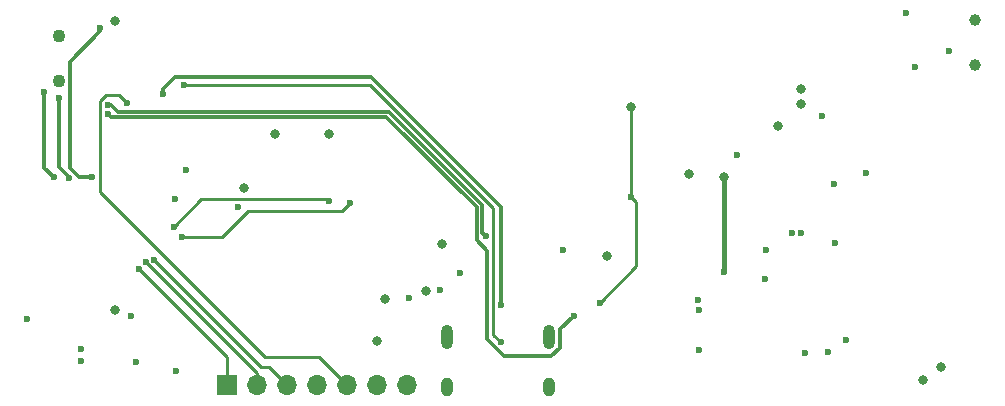
<source format=gbr>
%TF.GenerationSoftware,KiCad,Pcbnew,8.0.9-8.0.9-0~ubuntu22.04.1*%
%TF.CreationDate,2025-08-10T04:03:49+02:00*%
%TF.ProjectId,H-C3-ulp29,482d4333-2d75-46c7-9032-392e6b696361,rev?*%
%TF.SameCoordinates,Original*%
%TF.FileFunction,Copper,L4,Bot*%
%TF.FilePolarity,Positive*%
%FSLAX46Y46*%
G04 Gerber Fmt 4.6, Leading zero omitted, Abs format (unit mm)*
G04 Created by KiCad (PCBNEW 8.0.9-8.0.9-0~ubuntu22.04.1) date 2025-08-10 04:03:49*
%MOMM*%
%LPD*%
G01*
G04 APERTURE LIST*
%TA.AperFunction,ComponentPad*%
%ADD10R,1.700000X1.700000*%
%TD*%
%TA.AperFunction,ComponentPad*%
%ADD11O,1.700000X1.700000*%
%TD*%
%TA.AperFunction,ComponentPad*%
%ADD12C,1.100000*%
%TD*%
%TA.AperFunction,ComponentPad*%
%ADD13C,1.000000*%
%TD*%
%TA.AperFunction,ComponentPad*%
%ADD14O,1.000000X2.100000*%
%TD*%
%TA.AperFunction,ComponentPad*%
%ADD15O,1.000000X1.600000*%
%TD*%
%TA.AperFunction,ViaPad*%
%ADD16C,0.600000*%
%TD*%
%TA.AperFunction,ViaPad*%
%ADD17C,0.800000*%
%TD*%
%TA.AperFunction,Conductor*%
%ADD18C,0.300000*%
%TD*%
%TA.AperFunction,Conductor*%
%ADD19C,0.250000*%
%TD*%
%TA.AperFunction,Conductor*%
%ADD20C,0.400000*%
%TD*%
G04 APERTURE END LIST*
D10*
%TO.P,J3,1,Pin_1*%
%TO.N,/P1.00*%
X104750000Y-78300000D03*
D11*
%TO.P,J3,2,Pin_2*%
%TO.N,/P0.22*%
X107290000Y-78300000D03*
%TO.P,J3,3,Pin_3*%
%TO.N,/P0.20*%
X109830000Y-78300000D03*
%TO.P,J3,4,Pin_4*%
%TO.N,/P0.26*%
X112370000Y-78300000D03*
%TO.P,J3,5,Pin_5*%
%TO.N,/P0.13*%
X114910000Y-78300000D03*
%TO.P,J3,6,Pin_6*%
%TO.N,+3V3*%
X117450000Y-78300000D03*
%TO.P,J3,7,Pin_7*%
%TO.N,GND*%
X119990000Y-78300000D03*
%TD*%
D12*
%TO.P,SW1,*%
%TO.N,*%
X90478000Y-52515000D03*
X90478000Y-48715000D03*
%TD*%
D13*
%TO.P,SW3,4,4*%
%TO.N,unconnected-(SW3-Pad4)_1*%
X168115000Y-47397000D03*
%TO.P,SW3,5,5*%
%TO.N,unconnected-(SW3-Pad5)_1*%
X168115000Y-51197000D03*
%TD*%
D14*
%TO.P,J1,S1,SHIELD*%
%TO.N,GND*%
X123365000Y-74264000D03*
D15*
X123365000Y-78444000D03*
D14*
X132005000Y-74264000D03*
D15*
X132005000Y-78444000D03*
%TD*%
D16*
%TO.N,/P0.13*%
X96250000Y-54400000D03*
%TO.N,/P0.20*%
X98600000Y-67700000D03*
%TO.N,/P0.22*%
X97850000Y-67850000D03*
%TO.N,/P1.00*%
X97278226Y-68478951D03*
D17*
%TO.N,+3V3*%
X117450000Y-74600000D03*
%TO.N,GND*%
X113411000Y-57025000D03*
X165154000Y-76799000D03*
D16*
X147900000Y-58850000D03*
X124487000Y-68824000D03*
X144735000Y-75348000D03*
D17*
X106218000Y-61610000D03*
X163684000Y-77888000D03*
D16*
X155600000Y-75500000D03*
D17*
X108827000Y-57055000D03*
D16*
X122762000Y-70250000D03*
D17*
X153322000Y-53231000D03*
D16*
X156250000Y-66250000D03*
X156100000Y-61300000D03*
X162975000Y-51325000D03*
X120181000Y-70934000D03*
X150300000Y-69350000D03*
X150350000Y-66875000D03*
X157125000Y-74500000D03*
X92400000Y-75250000D03*
X101282000Y-60094000D03*
X155150000Y-55502000D03*
X133182000Y-66893000D03*
X87850000Y-72700000D03*
X144690000Y-71910000D03*
X165832000Y-50000000D03*
D17*
X95273000Y-47470000D03*
D16*
X153680000Y-75600000D03*
X100436000Y-77102000D03*
D17*
X95283000Y-71958000D03*
%TO.N,+VBAT*%
X136931959Y-67403041D03*
X143831000Y-60448000D03*
D16*
%TO.N,Net-(D2-A)*%
X146800000Y-68700000D03*
D17*
X146845000Y-60655000D03*
D16*
%TO.N,/USB_D+*%
X127919685Y-74683314D03*
X101135000Y-52904000D03*
%TO.N,/USB_D-*%
X99282000Y-53631000D03*
X127949000Y-71485000D03*
%TO.N,+3V3*%
X105706000Y-63247000D03*
X162260000Y-46756000D03*
D17*
X153351000Y-54472000D03*
D16*
X153375000Y-65375000D03*
D17*
X121563000Y-70323000D03*
D16*
X144615000Y-71065000D03*
D17*
X122966000Y-66342000D03*
X151401400Y-56398600D03*
D16*
X97030025Y-76369975D03*
X92400000Y-76250000D03*
X96589000Y-72473000D03*
X152600000Y-65375000D03*
%TO.N,/EPD_CS*%
X100226000Y-64882769D03*
X113400000Y-62689000D03*
%TO.N,unconnected-(J2-Pad19)*%
X158850000Y-60350000D03*
%TO.N,SW2*%
X93325000Y-60655000D03*
X94016000Y-48048000D03*
%TO.N,/MCU_RST*%
X136313000Y-71309000D03*
X138923000Y-62363000D03*
D17*
X138930000Y-54755000D03*
D16*
%TO.N,SW1*%
X90528000Y-53977000D03*
X91353025Y-60792975D03*
%TO.N,/EPD_DC*%
X115195000Y-62855000D03*
X100901000Y-65733000D03*
%TO.N,SWDIO*%
X94675000Y-55375000D03*
X134088000Y-72416000D03*
%TO.N,SWCLK*%
X94675000Y-54595711D03*
X126662000Y-65680000D03*
D17*
%TO.N,+VBUS*%
X118080000Y-70998000D03*
D16*
X100365000Y-62532000D03*
%TO.N,SW0*%
X90060000Y-60673000D03*
X89278000Y-53510000D03*
%TD*%
D18*
%TO.N,SW1*%
X90528000Y-59844000D02*
X91353025Y-60669025D01*
%TO.N,SW2*%
X91428000Y-50922000D02*
X91428000Y-59878000D01*
%TO.N,SW1*%
X90528000Y-53977000D02*
X90528000Y-59844000D01*
%TO.N,SW2*%
X94016000Y-48334000D02*
X91428000Y-50922000D01*
%TO.N,SW1*%
X91353025Y-60669025D02*
X91353025Y-60792975D01*
%TO.N,SW2*%
X94016000Y-48048000D02*
X94016000Y-48334000D01*
X91428000Y-59878000D02*
X92205000Y-60655000D01*
X92205000Y-60655000D02*
X93325000Y-60655000D01*
%TO.N,SWDIO*%
X128224842Y-75837000D02*
X126781000Y-74393158D01*
%TO.N,SWCLK*%
X126662000Y-65680000D02*
X126366000Y-65384000D01*
%TO.N,SWDIO*%
X132928000Y-73576000D02*
X132928000Y-75119000D01*
%TO.N,SWCLK*%
X94952711Y-54595711D02*
X94675000Y-54595711D01*
%TO.N,SWDIO*%
X94886000Y-55586000D02*
X94675000Y-55375000D01*
X134088000Y-72416000D02*
X132928000Y-73576000D01*
%TO.N,SWCLK*%
X126366000Y-63009000D02*
X118493000Y-55136000D01*
X126366000Y-65384000D02*
X126366000Y-63009000D01*
%TO.N,SWDIO*%
X125899000Y-66030000D02*
X125899000Y-63242000D01*
%TO.N,SWCLK*%
X95493000Y-55136000D02*
X94952711Y-54595711D01*
X118493000Y-55136000D02*
X95493000Y-55136000D01*
D19*
%TO.N,/P0.13*%
X95600000Y-53750000D02*
X94513827Y-53750000D01*
D18*
%TO.N,SWDIO*%
X132928000Y-75119000D02*
X132210000Y-75837000D01*
X126781000Y-74393158D02*
X126781000Y-66912000D01*
D19*
%TO.N,/P0.13*%
X94000000Y-61950000D02*
X108000000Y-75950000D01*
D18*
%TO.N,SWDIO*%
X132210000Y-75837000D02*
X128224842Y-75837000D01*
D19*
%TO.N,/P0.13*%
X94513827Y-53750000D02*
X94000000Y-54263827D01*
D18*
%TO.N,SWDIO*%
X118243000Y-55586000D02*
X94886000Y-55586000D01*
X125899000Y-63242000D02*
X118243000Y-55586000D01*
D19*
%TO.N,/P0.13*%
X96250000Y-54400000D02*
X95600000Y-53750000D01*
X94000000Y-54263827D02*
X94000000Y-61950000D01*
D18*
%TO.N,SWDIO*%
X126781000Y-66912000D02*
X125899000Y-66030000D01*
D19*
%TO.N,/P0.13*%
X108000000Y-75950000D02*
X112560000Y-75950000D01*
X112560000Y-75950000D02*
X114910000Y-78300000D01*
%TO.N,/P0.20*%
X98600000Y-67700000D02*
X107650000Y-76750000D01*
X107650000Y-76750000D02*
X108280000Y-76750000D01*
X108280000Y-76750000D02*
X109830000Y-78300000D01*
%TO.N,/P1.00*%
X104750000Y-78300000D02*
X104750000Y-75950725D01*
X104750000Y-75950725D02*
X97278226Y-68478951D01*
%TO.N,/P0.22*%
X97850000Y-67850000D02*
X107290000Y-77290000D01*
X107290000Y-77290000D02*
X107290000Y-78300000D01*
D20*
%TO.N,Net-(D2-A)*%
X146845000Y-60655000D02*
X146845000Y-68655000D01*
X146845000Y-68655000D02*
X146800000Y-68700000D01*
D19*
%TO.N,/USB_D+*%
X127271000Y-74034629D02*
X127919685Y-74683314D01*
X101135000Y-52904000D02*
X116862040Y-52904000D01*
X127271000Y-63312960D02*
X127271000Y-74034629D01*
X116862040Y-52904000D02*
X127271000Y-63312960D01*
D18*
%TO.N,/USB_D-*%
X127949000Y-63196000D02*
X116919683Y-52166683D01*
X127949000Y-71485000D02*
X127949000Y-63196000D01*
X99282000Y-53204000D02*
X99282000Y-53631000D01*
X100319317Y-52166683D02*
X99282000Y-53204000D01*
X116919683Y-52166683D02*
X100712072Y-52166683D01*
X100712072Y-52166683D02*
X100319317Y-52166683D01*
D19*
%TO.N,/EPD_CS*%
X113400000Y-62689000D02*
X113283000Y-62572000D01*
X102536769Y-62572000D02*
X100226000Y-64882769D01*
X113283000Y-62572000D02*
X102536769Y-62572000D01*
%TO.N,/MCU_RST*%
X139391000Y-68231000D02*
X136313000Y-71309000D01*
X139391000Y-62831000D02*
X139391000Y-68231000D01*
X138930000Y-62356000D02*
X138930000Y-54755000D01*
X138923000Y-62363000D02*
X139391000Y-62831000D01*
X138923000Y-62363000D02*
X138930000Y-62356000D01*
%TO.N,/EPD_DC*%
X114493405Y-63556595D02*
X106502000Y-63556595D01*
X104325595Y-65733000D02*
X100901000Y-65733000D01*
X115195000Y-62855000D02*
X114493405Y-63556595D01*
X106502000Y-63556595D02*
X104325595Y-65733000D01*
D18*
%TO.N,SW0*%
X89278000Y-53510000D02*
X89278000Y-53842000D01*
X89282000Y-59895000D02*
X90060000Y-60673000D01*
X89282000Y-59859000D02*
X89282000Y-59895000D01*
X89282000Y-53846000D02*
X89282000Y-59859000D01*
X89278000Y-53842000D02*
X89282000Y-53846000D01*
%TD*%
M02*

</source>
